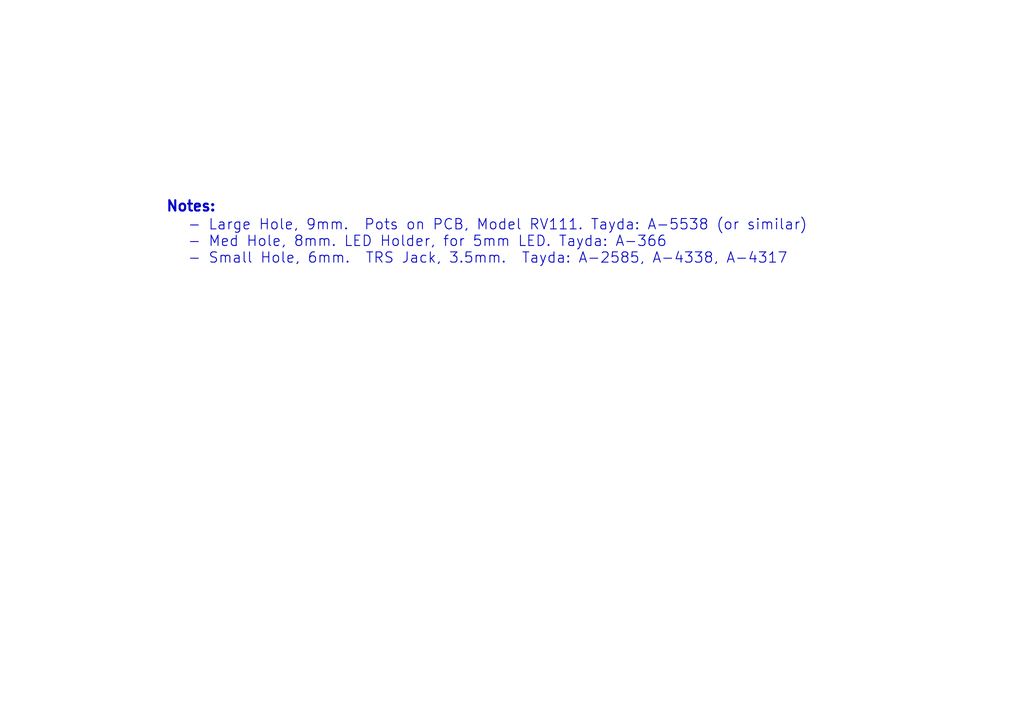
<source format=kicad_sch>
(kicad_sch
	(version 20250114)
	(generator "eeschema")
	(generator_version "9.0")
	(uuid "c2c2e577-abb1-43fa-8ce7-137d23581efb")
	(paper "A4")
	(title_block
		(title "DreamLand Prototyping Module Face Plate")
		(date "2025-09-09")
		(rev "A")
		(company "by Circuit Monkey")
		(comment 1 "for ASMR :: Advanced Synth Module Rack")
		(comment 2 "Face Plate for DreamLand Prototyping Module")
	)
	(lib_symbols)
	(text "Notes:"
		(exclude_from_sim no)
		(at 48.006 61.722 0)
		(effects
			(font
				(size 3 3)
				(thickness 0.6)
				(bold yes)
			)
			(justify left bottom)
		)
		(uuid "26f5f445-9633-46d8-9da4-182eace86682")
	)
	(text " - Large Hole, 9mm.  Pots on PCB, Model RV111. Tayda: A-5538 (or similar)\n - Med Hole, 8mm. LED Holder, for 5mm LED. Tayda: A-366\n - Small Hole, 6mm.  TRS Jack, 3.5mm.  Tayda: A-2585, A-4338, A-4317"
		(exclude_from_sim no)
		(at 52.07 63.5 0)
		(effects
			(font
				(size 3 3)
				(thickness 0.254)
				(bold yes)
			)
			(justify left top)
		)
		(uuid "5533c2d5-db38-43a8-95ba-790b7859c649")
	)
	(sheet_instances
		(path "/"
			(page "1")
		)
	)
	(embedded_fonts no)
)

</source>
